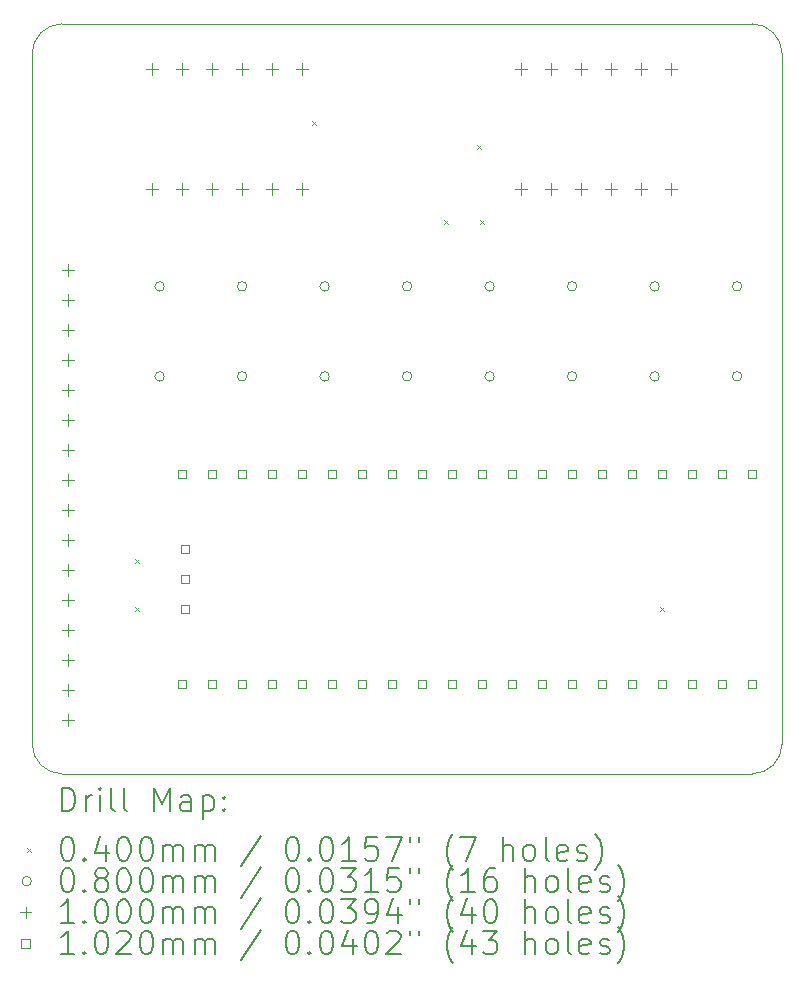
<source format=gbr>
%FSLAX45Y45*%
G04 Gerber Fmt 4.5, Leading zero omitted, Abs format (unit mm)*
G04 Created by KiCad (PCBNEW (6.0.4)) date 2022-08-14 09:35:26*
%MOMM*%
%LPD*%
G01*
G04 APERTURE LIST*
%TA.AperFunction,Profile*%
%ADD10C,0.100000*%
%TD*%
%ADD11C,0.200000*%
%ADD12C,0.040000*%
%ADD13C,0.080000*%
%ADD14C,0.100000*%
%ADD15C,0.102000*%
G04 APERTURE END LIST*
D10*
X11938000Y-7747000D02*
G75*
G03*
X11684000Y-8001000I0J-254000D01*
G01*
X11938000Y-7747000D02*
X17780000Y-7747000D01*
X18034000Y-8001000D02*
G75*
G03*
X17780000Y-7747000I-254000J0D01*
G01*
X17780000Y-14097000D02*
X11938000Y-14097000D01*
X11684000Y-13843000D02*
X11684000Y-8001000D01*
X11684000Y-13843000D02*
G75*
G03*
X11938000Y-14097000I254000J0D01*
G01*
X17780000Y-14097000D02*
G75*
G03*
X18034000Y-13843000I0J254000D01*
G01*
X18034000Y-8001000D02*
X18034000Y-13843000D01*
D11*
D12*
X12553000Y-12273600D02*
X12593000Y-12313600D01*
X12593000Y-12273600D02*
X12553000Y-12313600D01*
X12553000Y-12680000D02*
X12593000Y-12720000D01*
X12593000Y-12680000D02*
X12553000Y-12720000D01*
X14051600Y-8565200D02*
X14091600Y-8605200D01*
X14091600Y-8565200D02*
X14051600Y-8605200D01*
X15169200Y-9403400D02*
X15209200Y-9443400D01*
X15209200Y-9403400D02*
X15169200Y-9443400D01*
X15448600Y-8768400D02*
X15488600Y-8808400D01*
X15488600Y-8768400D02*
X15448600Y-8808400D01*
X15474000Y-9403400D02*
X15514000Y-9443400D01*
X15514000Y-9403400D02*
X15474000Y-9443400D01*
X16998000Y-12680000D02*
X17038000Y-12720000D01*
X17038000Y-12680000D02*
X16998000Y-12720000D01*
D13*
X12803500Y-9969500D02*
G75*
G03*
X12803500Y-9969500I-40000J0D01*
G01*
X12803500Y-10731500D02*
G75*
G03*
X12803500Y-10731500I-40000J0D01*
G01*
X13502000Y-9969500D02*
G75*
G03*
X13502000Y-9969500I-40000J0D01*
G01*
X13502000Y-10731500D02*
G75*
G03*
X13502000Y-10731500I-40000J0D01*
G01*
X14200500Y-9969500D02*
G75*
G03*
X14200500Y-9969500I-40000J0D01*
G01*
X14200500Y-10731500D02*
G75*
G03*
X14200500Y-10731500I-40000J0D01*
G01*
X14899000Y-9969500D02*
G75*
G03*
X14899000Y-9969500I-40000J0D01*
G01*
X14899000Y-10731500D02*
G75*
G03*
X14899000Y-10731500I-40000J0D01*
G01*
X15597500Y-9969500D02*
G75*
G03*
X15597500Y-9969500I-40000J0D01*
G01*
X15597500Y-10731500D02*
G75*
G03*
X15597500Y-10731500I-40000J0D01*
G01*
X16296000Y-9969500D02*
G75*
G03*
X16296000Y-9969500I-40000J0D01*
G01*
X16296000Y-10731500D02*
G75*
G03*
X16296000Y-10731500I-40000J0D01*
G01*
X16994500Y-9969500D02*
G75*
G03*
X16994500Y-9969500I-40000J0D01*
G01*
X16994500Y-10731500D02*
G75*
G03*
X16994500Y-10731500I-40000J0D01*
G01*
X17693000Y-9969500D02*
G75*
G03*
X17693000Y-9969500I-40000J0D01*
G01*
X17693000Y-10731500D02*
G75*
G03*
X17693000Y-10731500I-40000J0D01*
G01*
D14*
X11988800Y-9779800D02*
X11988800Y-9879800D01*
X11938800Y-9829800D02*
X12038800Y-9829800D01*
X11988800Y-10033800D02*
X11988800Y-10133800D01*
X11938800Y-10083800D02*
X12038800Y-10083800D01*
X11988800Y-10287800D02*
X11988800Y-10387800D01*
X11938800Y-10337800D02*
X12038800Y-10337800D01*
X11988800Y-10541800D02*
X11988800Y-10641800D01*
X11938800Y-10591800D02*
X12038800Y-10591800D01*
X11988800Y-10795800D02*
X11988800Y-10895800D01*
X11938800Y-10845800D02*
X12038800Y-10845800D01*
X11988800Y-11049800D02*
X11988800Y-11149800D01*
X11938800Y-11099800D02*
X12038800Y-11099800D01*
X11988800Y-11303800D02*
X11988800Y-11403800D01*
X11938800Y-11353800D02*
X12038800Y-11353800D01*
X11988800Y-11557800D02*
X11988800Y-11657800D01*
X11938800Y-11607800D02*
X12038800Y-11607800D01*
X11988800Y-11811800D02*
X11988800Y-11911800D01*
X11938800Y-11861800D02*
X12038800Y-11861800D01*
X11988800Y-12065800D02*
X11988800Y-12165800D01*
X11938800Y-12115800D02*
X12038800Y-12115800D01*
X11988800Y-12319800D02*
X11988800Y-12419800D01*
X11938800Y-12369800D02*
X12038800Y-12369800D01*
X11988800Y-12573800D02*
X11988800Y-12673800D01*
X11938800Y-12623800D02*
X12038800Y-12623800D01*
X11988800Y-12827800D02*
X11988800Y-12927800D01*
X11938800Y-12877800D02*
X12038800Y-12877800D01*
X11988800Y-13081800D02*
X11988800Y-13181800D01*
X11938800Y-13131800D02*
X12038800Y-13131800D01*
X11988800Y-13335800D02*
X11988800Y-13435800D01*
X11938800Y-13385800D02*
X12038800Y-13385800D01*
X11988800Y-13589800D02*
X11988800Y-13689800D01*
X11938800Y-13639800D02*
X12038800Y-13639800D01*
X12700000Y-8078000D02*
X12700000Y-8178000D01*
X12650000Y-8128000D02*
X12750000Y-8128000D01*
X12700000Y-9094000D02*
X12700000Y-9194000D01*
X12650000Y-9144000D02*
X12750000Y-9144000D01*
X12954000Y-8078000D02*
X12954000Y-8178000D01*
X12904000Y-8128000D02*
X13004000Y-8128000D01*
X12954000Y-9094000D02*
X12954000Y-9194000D01*
X12904000Y-9144000D02*
X13004000Y-9144000D01*
X13208000Y-8078000D02*
X13208000Y-8178000D01*
X13158000Y-8128000D02*
X13258000Y-8128000D01*
X13208000Y-9094000D02*
X13208000Y-9194000D01*
X13158000Y-9144000D02*
X13258000Y-9144000D01*
X13462000Y-8078000D02*
X13462000Y-8178000D01*
X13412000Y-8128000D02*
X13512000Y-8128000D01*
X13462000Y-9094000D02*
X13462000Y-9194000D01*
X13412000Y-9144000D02*
X13512000Y-9144000D01*
X13716000Y-8078000D02*
X13716000Y-8178000D01*
X13666000Y-8128000D02*
X13766000Y-8128000D01*
X13716000Y-9094000D02*
X13716000Y-9194000D01*
X13666000Y-9144000D02*
X13766000Y-9144000D01*
X13970000Y-8078000D02*
X13970000Y-8178000D01*
X13920000Y-8128000D02*
X14020000Y-8128000D01*
X13970000Y-9094000D02*
X13970000Y-9194000D01*
X13920000Y-9144000D02*
X14020000Y-9144000D01*
X15822500Y-8078000D02*
X15822500Y-8178000D01*
X15772500Y-8128000D02*
X15872500Y-8128000D01*
X15822500Y-9094000D02*
X15822500Y-9194000D01*
X15772500Y-9144000D02*
X15872500Y-9144000D01*
X16076500Y-8078000D02*
X16076500Y-8178000D01*
X16026500Y-8128000D02*
X16126500Y-8128000D01*
X16076500Y-9094000D02*
X16076500Y-9194000D01*
X16026500Y-9144000D02*
X16126500Y-9144000D01*
X16330500Y-8078000D02*
X16330500Y-8178000D01*
X16280500Y-8128000D02*
X16380500Y-8128000D01*
X16330500Y-9094000D02*
X16330500Y-9194000D01*
X16280500Y-9144000D02*
X16380500Y-9144000D01*
X16584500Y-8078000D02*
X16584500Y-8178000D01*
X16534500Y-8128000D02*
X16634500Y-8128000D01*
X16584500Y-9094000D02*
X16584500Y-9194000D01*
X16534500Y-9144000D02*
X16634500Y-9144000D01*
X16838500Y-8078000D02*
X16838500Y-8178000D01*
X16788500Y-8128000D02*
X16888500Y-8128000D01*
X16838500Y-9094000D02*
X16838500Y-9194000D01*
X16788500Y-9144000D02*
X16888500Y-9144000D01*
X17092500Y-8078000D02*
X17092500Y-8178000D01*
X17042500Y-8128000D02*
X17142500Y-8128000D01*
X17092500Y-9094000D02*
X17092500Y-9194000D01*
X17042500Y-9144000D02*
X17142500Y-9144000D01*
D15*
X12990063Y-11593063D02*
X12990063Y-11520937D01*
X12917937Y-11520937D01*
X12917937Y-11593063D01*
X12990063Y-11593063D01*
X12990063Y-13371063D02*
X12990063Y-13298937D01*
X12917937Y-13298937D01*
X12917937Y-13371063D01*
X12990063Y-13371063D01*
X13013063Y-12228063D02*
X13013063Y-12155937D01*
X12940937Y-12155937D01*
X12940937Y-12228063D01*
X13013063Y-12228063D01*
X13013063Y-12482063D02*
X13013063Y-12409937D01*
X12940937Y-12409937D01*
X12940937Y-12482063D01*
X13013063Y-12482063D01*
X13013063Y-12736063D02*
X13013063Y-12663937D01*
X12940937Y-12663937D01*
X12940937Y-12736063D01*
X13013063Y-12736063D01*
X13244063Y-11593063D02*
X13244063Y-11520937D01*
X13171937Y-11520937D01*
X13171937Y-11593063D01*
X13244063Y-11593063D01*
X13244063Y-13371063D02*
X13244063Y-13298937D01*
X13171937Y-13298937D01*
X13171937Y-13371063D01*
X13244063Y-13371063D01*
X13498063Y-11593063D02*
X13498063Y-11520937D01*
X13425937Y-11520937D01*
X13425937Y-11593063D01*
X13498063Y-11593063D01*
X13498063Y-13371063D02*
X13498063Y-13298937D01*
X13425937Y-13298937D01*
X13425937Y-13371063D01*
X13498063Y-13371063D01*
X13752063Y-11593063D02*
X13752063Y-11520937D01*
X13679937Y-11520937D01*
X13679937Y-11593063D01*
X13752063Y-11593063D01*
X13752063Y-13371063D02*
X13752063Y-13298937D01*
X13679937Y-13298937D01*
X13679937Y-13371063D01*
X13752063Y-13371063D01*
X14006063Y-11593063D02*
X14006063Y-11520937D01*
X13933937Y-11520937D01*
X13933937Y-11593063D01*
X14006063Y-11593063D01*
X14006063Y-13371063D02*
X14006063Y-13298937D01*
X13933937Y-13298937D01*
X13933937Y-13371063D01*
X14006063Y-13371063D01*
X14260063Y-11593063D02*
X14260063Y-11520937D01*
X14187937Y-11520937D01*
X14187937Y-11593063D01*
X14260063Y-11593063D01*
X14260063Y-13371063D02*
X14260063Y-13298937D01*
X14187937Y-13298937D01*
X14187937Y-13371063D01*
X14260063Y-13371063D01*
X14514063Y-11593063D02*
X14514063Y-11520937D01*
X14441937Y-11520937D01*
X14441937Y-11593063D01*
X14514063Y-11593063D01*
X14514063Y-13371063D02*
X14514063Y-13298937D01*
X14441937Y-13298937D01*
X14441937Y-13371063D01*
X14514063Y-13371063D01*
X14768063Y-11593063D02*
X14768063Y-11520937D01*
X14695937Y-11520937D01*
X14695937Y-11593063D01*
X14768063Y-11593063D01*
X14768063Y-13371063D02*
X14768063Y-13298937D01*
X14695937Y-13298937D01*
X14695937Y-13371063D01*
X14768063Y-13371063D01*
X15022063Y-11593063D02*
X15022063Y-11520937D01*
X14949937Y-11520937D01*
X14949937Y-11593063D01*
X15022063Y-11593063D01*
X15022063Y-13371063D02*
X15022063Y-13298937D01*
X14949937Y-13298937D01*
X14949937Y-13371063D01*
X15022063Y-13371063D01*
X15276063Y-11593063D02*
X15276063Y-11520937D01*
X15203937Y-11520937D01*
X15203937Y-11593063D01*
X15276063Y-11593063D01*
X15276063Y-13371063D02*
X15276063Y-13298937D01*
X15203937Y-13298937D01*
X15203937Y-13371063D01*
X15276063Y-13371063D01*
X15530063Y-11593063D02*
X15530063Y-11520937D01*
X15457937Y-11520937D01*
X15457937Y-11593063D01*
X15530063Y-11593063D01*
X15530063Y-13371063D02*
X15530063Y-13298937D01*
X15457937Y-13298937D01*
X15457937Y-13371063D01*
X15530063Y-13371063D01*
X15784063Y-11593063D02*
X15784063Y-11520937D01*
X15711937Y-11520937D01*
X15711937Y-11593063D01*
X15784063Y-11593063D01*
X15784063Y-13371063D02*
X15784063Y-13298937D01*
X15711937Y-13298937D01*
X15711937Y-13371063D01*
X15784063Y-13371063D01*
X16038063Y-11593063D02*
X16038063Y-11520937D01*
X15965937Y-11520937D01*
X15965937Y-11593063D01*
X16038063Y-11593063D01*
X16038063Y-13371063D02*
X16038063Y-13298937D01*
X15965937Y-13298937D01*
X15965937Y-13371063D01*
X16038063Y-13371063D01*
X16292063Y-11593063D02*
X16292063Y-11520937D01*
X16219937Y-11520937D01*
X16219937Y-11593063D01*
X16292063Y-11593063D01*
X16292063Y-13371063D02*
X16292063Y-13298937D01*
X16219937Y-13298937D01*
X16219937Y-13371063D01*
X16292063Y-13371063D01*
X16546063Y-11593063D02*
X16546063Y-11520937D01*
X16473937Y-11520937D01*
X16473937Y-11593063D01*
X16546063Y-11593063D01*
X16546063Y-13371063D02*
X16546063Y-13298937D01*
X16473937Y-13298937D01*
X16473937Y-13371063D01*
X16546063Y-13371063D01*
X16800063Y-11593063D02*
X16800063Y-11520937D01*
X16727937Y-11520937D01*
X16727937Y-11593063D01*
X16800063Y-11593063D01*
X16800063Y-13371063D02*
X16800063Y-13298937D01*
X16727937Y-13298937D01*
X16727937Y-13371063D01*
X16800063Y-13371063D01*
X17054063Y-11593063D02*
X17054063Y-11520937D01*
X16981937Y-11520937D01*
X16981937Y-11593063D01*
X17054063Y-11593063D01*
X17054063Y-13371063D02*
X17054063Y-13298937D01*
X16981937Y-13298937D01*
X16981937Y-13371063D01*
X17054063Y-13371063D01*
X17308063Y-11593063D02*
X17308063Y-11520937D01*
X17235937Y-11520937D01*
X17235937Y-11593063D01*
X17308063Y-11593063D01*
X17308063Y-13371063D02*
X17308063Y-13298937D01*
X17235937Y-13298937D01*
X17235937Y-13371063D01*
X17308063Y-13371063D01*
X17562063Y-11593063D02*
X17562063Y-11520937D01*
X17489937Y-11520937D01*
X17489937Y-11593063D01*
X17562063Y-11593063D01*
X17562063Y-13371063D02*
X17562063Y-13298937D01*
X17489937Y-13298937D01*
X17489937Y-13371063D01*
X17562063Y-13371063D01*
X17816063Y-11593063D02*
X17816063Y-11520937D01*
X17743937Y-11520937D01*
X17743937Y-11593063D01*
X17816063Y-11593063D01*
X17816063Y-13371063D02*
X17816063Y-13298937D01*
X17743937Y-13298937D01*
X17743937Y-13371063D01*
X17816063Y-13371063D01*
D11*
X11936619Y-14412476D02*
X11936619Y-14212476D01*
X11984238Y-14212476D01*
X12012809Y-14222000D01*
X12031857Y-14241048D01*
X12041381Y-14260095D01*
X12050905Y-14298190D01*
X12050905Y-14326762D01*
X12041381Y-14364857D01*
X12031857Y-14383905D01*
X12012809Y-14402952D01*
X11984238Y-14412476D01*
X11936619Y-14412476D01*
X12136619Y-14412476D02*
X12136619Y-14279143D01*
X12136619Y-14317238D02*
X12146143Y-14298190D01*
X12155667Y-14288667D01*
X12174714Y-14279143D01*
X12193762Y-14279143D01*
X12260428Y-14412476D02*
X12260428Y-14279143D01*
X12260428Y-14212476D02*
X12250905Y-14222000D01*
X12260428Y-14231524D01*
X12269952Y-14222000D01*
X12260428Y-14212476D01*
X12260428Y-14231524D01*
X12384238Y-14412476D02*
X12365190Y-14402952D01*
X12355667Y-14383905D01*
X12355667Y-14212476D01*
X12489000Y-14412476D02*
X12469952Y-14402952D01*
X12460428Y-14383905D01*
X12460428Y-14212476D01*
X12717571Y-14412476D02*
X12717571Y-14212476D01*
X12784238Y-14355333D01*
X12850905Y-14212476D01*
X12850905Y-14412476D01*
X13031857Y-14412476D02*
X13031857Y-14307714D01*
X13022333Y-14288667D01*
X13003286Y-14279143D01*
X12965190Y-14279143D01*
X12946143Y-14288667D01*
X13031857Y-14402952D02*
X13012809Y-14412476D01*
X12965190Y-14412476D01*
X12946143Y-14402952D01*
X12936619Y-14383905D01*
X12936619Y-14364857D01*
X12946143Y-14345809D01*
X12965190Y-14336286D01*
X13012809Y-14336286D01*
X13031857Y-14326762D01*
X13127095Y-14279143D02*
X13127095Y-14479143D01*
X13127095Y-14288667D02*
X13146143Y-14279143D01*
X13184238Y-14279143D01*
X13203286Y-14288667D01*
X13212809Y-14298190D01*
X13222333Y-14317238D01*
X13222333Y-14374381D01*
X13212809Y-14393428D01*
X13203286Y-14402952D01*
X13184238Y-14412476D01*
X13146143Y-14412476D01*
X13127095Y-14402952D01*
X13308048Y-14393428D02*
X13317571Y-14402952D01*
X13308048Y-14412476D01*
X13298524Y-14402952D01*
X13308048Y-14393428D01*
X13308048Y-14412476D01*
X13308048Y-14288667D02*
X13317571Y-14298190D01*
X13308048Y-14307714D01*
X13298524Y-14298190D01*
X13308048Y-14288667D01*
X13308048Y-14307714D01*
D12*
X11639000Y-14722000D02*
X11679000Y-14762000D01*
X11679000Y-14722000D02*
X11639000Y-14762000D01*
D11*
X11974714Y-14632476D02*
X11993762Y-14632476D01*
X12012809Y-14642000D01*
X12022333Y-14651524D01*
X12031857Y-14670571D01*
X12041381Y-14708667D01*
X12041381Y-14756286D01*
X12031857Y-14794381D01*
X12022333Y-14813428D01*
X12012809Y-14822952D01*
X11993762Y-14832476D01*
X11974714Y-14832476D01*
X11955667Y-14822952D01*
X11946143Y-14813428D01*
X11936619Y-14794381D01*
X11927095Y-14756286D01*
X11927095Y-14708667D01*
X11936619Y-14670571D01*
X11946143Y-14651524D01*
X11955667Y-14642000D01*
X11974714Y-14632476D01*
X12127095Y-14813428D02*
X12136619Y-14822952D01*
X12127095Y-14832476D01*
X12117571Y-14822952D01*
X12127095Y-14813428D01*
X12127095Y-14832476D01*
X12308048Y-14699143D02*
X12308048Y-14832476D01*
X12260428Y-14622952D02*
X12212809Y-14765809D01*
X12336619Y-14765809D01*
X12450905Y-14632476D02*
X12469952Y-14632476D01*
X12489000Y-14642000D01*
X12498524Y-14651524D01*
X12508048Y-14670571D01*
X12517571Y-14708667D01*
X12517571Y-14756286D01*
X12508048Y-14794381D01*
X12498524Y-14813428D01*
X12489000Y-14822952D01*
X12469952Y-14832476D01*
X12450905Y-14832476D01*
X12431857Y-14822952D01*
X12422333Y-14813428D01*
X12412809Y-14794381D01*
X12403286Y-14756286D01*
X12403286Y-14708667D01*
X12412809Y-14670571D01*
X12422333Y-14651524D01*
X12431857Y-14642000D01*
X12450905Y-14632476D01*
X12641381Y-14632476D02*
X12660428Y-14632476D01*
X12679476Y-14642000D01*
X12689000Y-14651524D01*
X12698524Y-14670571D01*
X12708048Y-14708667D01*
X12708048Y-14756286D01*
X12698524Y-14794381D01*
X12689000Y-14813428D01*
X12679476Y-14822952D01*
X12660428Y-14832476D01*
X12641381Y-14832476D01*
X12622333Y-14822952D01*
X12612809Y-14813428D01*
X12603286Y-14794381D01*
X12593762Y-14756286D01*
X12593762Y-14708667D01*
X12603286Y-14670571D01*
X12612809Y-14651524D01*
X12622333Y-14642000D01*
X12641381Y-14632476D01*
X12793762Y-14832476D02*
X12793762Y-14699143D01*
X12793762Y-14718190D02*
X12803286Y-14708667D01*
X12822333Y-14699143D01*
X12850905Y-14699143D01*
X12869952Y-14708667D01*
X12879476Y-14727714D01*
X12879476Y-14832476D01*
X12879476Y-14727714D02*
X12889000Y-14708667D01*
X12908048Y-14699143D01*
X12936619Y-14699143D01*
X12955667Y-14708667D01*
X12965190Y-14727714D01*
X12965190Y-14832476D01*
X13060428Y-14832476D02*
X13060428Y-14699143D01*
X13060428Y-14718190D02*
X13069952Y-14708667D01*
X13089000Y-14699143D01*
X13117571Y-14699143D01*
X13136619Y-14708667D01*
X13146143Y-14727714D01*
X13146143Y-14832476D01*
X13146143Y-14727714D02*
X13155667Y-14708667D01*
X13174714Y-14699143D01*
X13203286Y-14699143D01*
X13222333Y-14708667D01*
X13231857Y-14727714D01*
X13231857Y-14832476D01*
X13622333Y-14622952D02*
X13450905Y-14880095D01*
X13879476Y-14632476D02*
X13898524Y-14632476D01*
X13917571Y-14642000D01*
X13927095Y-14651524D01*
X13936619Y-14670571D01*
X13946143Y-14708667D01*
X13946143Y-14756286D01*
X13936619Y-14794381D01*
X13927095Y-14813428D01*
X13917571Y-14822952D01*
X13898524Y-14832476D01*
X13879476Y-14832476D01*
X13860428Y-14822952D01*
X13850905Y-14813428D01*
X13841381Y-14794381D01*
X13831857Y-14756286D01*
X13831857Y-14708667D01*
X13841381Y-14670571D01*
X13850905Y-14651524D01*
X13860428Y-14642000D01*
X13879476Y-14632476D01*
X14031857Y-14813428D02*
X14041381Y-14822952D01*
X14031857Y-14832476D01*
X14022333Y-14822952D01*
X14031857Y-14813428D01*
X14031857Y-14832476D01*
X14165190Y-14632476D02*
X14184238Y-14632476D01*
X14203286Y-14642000D01*
X14212809Y-14651524D01*
X14222333Y-14670571D01*
X14231857Y-14708667D01*
X14231857Y-14756286D01*
X14222333Y-14794381D01*
X14212809Y-14813428D01*
X14203286Y-14822952D01*
X14184238Y-14832476D01*
X14165190Y-14832476D01*
X14146143Y-14822952D01*
X14136619Y-14813428D01*
X14127095Y-14794381D01*
X14117571Y-14756286D01*
X14117571Y-14708667D01*
X14127095Y-14670571D01*
X14136619Y-14651524D01*
X14146143Y-14642000D01*
X14165190Y-14632476D01*
X14422333Y-14832476D02*
X14308048Y-14832476D01*
X14365190Y-14832476D02*
X14365190Y-14632476D01*
X14346143Y-14661048D01*
X14327095Y-14680095D01*
X14308048Y-14689619D01*
X14603286Y-14632476D02*
X14508048Y-14632476D01*
X14498524Y-14727714D01*
X14508048Y-14718190D01*
X14527095Y-14708667D01*
X14574714Y-14708667D01*
X14593762Y-14718190D01*
X14603286Y-14727714D01*
X14612809Y-14746762D01*
X14612809Y-14794381D01*
X14603286Y-14813428D01*
X14593762Y-14822952D01*
X14574714Y-14832476D01*
X14527095Y-14832476D01*
X14508048Y-14822952D01*
X14498524Y-14813428D01*
X14679476Y-14632476D02*
X14812809Y-14632476D01*
X14727095Y-14832476D01*
X14879476Y-14632476D02*
X14879476Y-14670571D01*
X14955667Y-14632476D02*
X14955667Y-14670571D01*
X15250905Y-14908667D02*
X15241381Y-14899143D01*
X15222333Y-14870571D01*
X15212809Y-14851524D01*
X15203286Y-14822952D01*
X15193762Y-14775333D01*
X15193762Y-14737238D01*
X15203286Y-14689619D01*
X15212809Y-14661048D01*
X15222333Y-14642000D01*
X15241381Y-14613428D01*
X15250905Y-14603905D01*
X15308048Y-14632476D02*
X15441381Y-14632476D01*
X15355667Y-14832476D01*
X15669952Y-14832476D02*
X15669952Y-14632476D01*
X15755667Y-14832476D02*
X15755667Y-14727714D01*
X15746143Y-14708667D01*
X15727095Y-14699143D01*
X15698524Y-14699143D01*
X15679476Y-14708667D01*
X15669952Y-14718190D01*
X15879476Y-14832476D02*
X15860428Y-14822952D01*
X15850905Y-14813428D01*
X15841381Y-14794381D01*
X15841381Y-14737238D01*
X15850905Y-14718190D01*
X15860428Y-14708667D01*
X15879476Y-14699143D01*
X15908048Y-14699143D01*
X15927095Y-14708667D01*
X15936619Y-14718190D01*
X15946143Y-14737238D01*
X15946143Y-14794381D01*
X15936619Y-14813428D01*
X15927095Y-14822952D01*
X15908048Y-14832476D01*
X15879476Y-14832476D01*
X16060428Y-14832476D02*
X16041381Y-14822952D01*
X16031857Y-14803905D01*
X16031857Y-14632476D01*
X16212809Y-14822952D02*
X16193762Y-14832476D01*
X16155667Y-14832476D01*
X16136619Y-14822952D01*
X16127095Y-14803905D01*
X16127095Y-14727714D01*
X16136619Y-14708667D01*
X16155667Y-14699143D01*
X16193762Y-14699143D01*
X16212809Y-14708667D01*
X16222333Y-14727714D01*
X16222333Y-14746762D01*
X16127095Y-14765809D01*
X16298524Y-14822952D02*
X16317571Y-14832476D01*
X16355667Y-14832476D01*
X16374714Y-14822952D01*
X16384238Y-14803905D01*
X16384238Y-14794381D01*
X16374714Y-14775333D01*
X16355667Y-14765809D01*
X16327095Y-14765809D01*
X16308048Y-14756286D01*
X16298524Y-14737238D01*
X16298524Y-14727714D01*
X16308048Y-14708667D01*
X16327095Y-14699143D01*
X16355667Y-14699143D01*
X16374714Y-14708667D01*
X16450905Y-14908667D02*
X16460428Y-14899143D01*
X16479476Y-14870571D01*
X16489000Y-14851524D01*
X16498524Y-14822952D01*
X16508048Y-14775333D01*
X16508048Y-14737238D01*
X16498524Y-14689619D01*
X16489000Y-14661048D01*
X16479476Y-14642000D01*
X16460428Y-14613428D01*
X16450905Y-14603905D01*
D13*
X11679000Y-15006000D02*
G75*
G03*
X11679000Y-15006000I-40000J0D01*
G01*
D11*
X11974714Y-14896476D02*
X11993762Y-14896476D01*
X12012809Y-14906000D01*
X12022333Y-14915524D01*
X12031857Y-14934571D01*
X12041381Y-14972667D01*
X12041381Y-15020286D01*
X12031857Y-15058381D01*
X12022333Y-15077428D01*
X12012809Y-15086952D01*
X11993762Y-15096476D01*
X11974714Y-15096476D01*
X11955667Y-15086952D01*
X11946143Y-15077428D01*
X11936619Y-15058381D01*
X11927095Y-15020286D01*
X11927095Y-14972667D01*
X11936619Y-14934571D01*
X11946143Y-14915524D01*
X11955667Y-14906000D01*
X11974714Y-14896476D01*
X12127095Y-15077428D02*
X12136619Y-15086952D01*
X12127095Y-15096476D01*
X12117571Y-15086952D01*
X12127095Y-15077428D01*
X12127095Y-15096476D01*
X12250905Y-14982190D02*
X12231857Y-14972667D01*
X12222333Y-14963143D01*
X12212809Y-14944095D01*
X12212809Y-14934571D01*
X12222333Y-14915524D01*
X12231857Y-14906000D01*
X12250905Y-14896476D01*
X12289000Y-14896476D01*
X12308048Y-14906000D01*
X12317571Y-14915524D01*
X12327095Y-14934571D01*
X12327095Y-14944095D01*
X12317571Y-14963143D01*
X12308048Y-14972667D01*
X12289000Y-14982190D01*
X12250905Y-14982190D01*
X12231857Y-14991714D01*
X12222333Y-15001238D01*
X12212809Y-15020286D01*
X12212809Y-15058381D01*
X12222333Y-15077428D01*
X12231857Y-15086952D01*
X12250905Y-15096476D01*
X12289000Y-15096476D01*
X12308048Y-15086952D01*
X12317571Y-15077428D01*
X12327095Y-15058381D01*
X12327095Y-15020286D01*
X12317571Y-15001238D01*
X12308048Y-14991714D01*
X12289000Y-14982190D01*
X12450905Y-14896476D02*
X12469952Y-14896476D01*
X12489000Y-14906000D01*
X12498524Y-14915524D01*
X12508048Y-14934571D01*
X12517571Y-14972667D01*
X12517571Y-15020286D01*
X12508048Y-15058381D01*
X12498524Y-15077428D01*
X12489000Y-15086952D01*
X12469952Y-15096476D01*
X12450905Y-15096476D01*
X12431857Y-15086952D01*
X12422333Y-15077428D01*
X12412809Y-15058381D01*
X12403286Y-15020286D01*
X12403286Y-14972667D01*
X12412809Y-14934571D01*
X12422333Y-14915524D01*
X12431857Y-14906000D01*
X12450905Y-14896476D01*
X12641381Y-14896476D02*
X12660428Y-14896476D01*
X12679476Y-14906000D01*
X12689000Y-14915524D01*
X12698524Y-14934571D01*
X12708048Y-14972667D01*
X12708048Y-15020286D01*
X12698524Y-15058381D01*
X12689000Y-15077428D01*
X12679476Y-15086952D01*
X12660428Y-15096476D01*
X12641381Y-15096476D01*
X12622333Y-15086952D01*
X12612809Y-15077428D01*
X12603286Y-15058381D01*
X12593762Y-15020286D01*
X12593762Y-14972667D01*
X12603286Y-14934571D01*
X12612809Y-14915524D01*
X12622333Y-14906000D01*
X12641381Y-14896476D01*
X12793762Y-15096476D02*
X12793762Y-14963143D01*
X12793762Y-14982190D02*
X12803286Y-14972667D01*
X12822333Y-14963143D01*
X12850905Y-14963143D01*
X12869952Y-14972667D01*
X12879476Y-14991714D01*
X12879476Y-15096476D01*
X12879476Y-14991714D02*
X12889000Y-14972667D01*
X12908048Y-14963143D01*
X12936619Y-14963143D01*
X12955667Y-14972667D01*
X12965190Y-14991714D01*
X12965190Y-15096476D01*
X13060428Y-15096476D02*
X13060428Y-14963143D01*
X13060428Y-14982190D02*
X13069952Y-14972667D01*
X13089000Y-14963143D01*
X13117571Y-14963143D01*
X13136619Y-14972667D01*
X13146143Y-14991714D01*
X13146143Y-15096476D01*
X13146143Y-14991714D02*
X13155667Y-14972667D01*
X13174714Y-14963143D01*
X13203286Y-14963143D01*
X13222333Y-14972667D01*
X13231857Y-14991714D01*
X13231857Y-15096476D01*
X13622333Y-14886952D02*
X13450905Y-15144095D01*
X13879476Y-14896476D02*
X13898524Y-14896476D01*
X13917571Y-14906000D01*
X13927095Y-14915524D01*
X13936619Y-14934571D01*
X13946143Y-14972667D01*
X13946143Y-15020286D01*
X13936619Y-15058381D01*
X13927095Y-15077428D01*
X13917571Y-15086952D01*
X13898524Y-15096476D01*
X13879476Y-15096476D01*
X13860428Y-15086952D01*
X13850905Y-15077428D01*
X13841381Y-15058381D01*
X13831857Y-15020286D01*
X13831857Y-14972667D01*
X13841381Y-14934571D01*
X13850905Y-14915524D01*
X13860428Y-14906000D01*
X13879476Y-14896476D01*
X14031857Y-15077428D02*
X14041381Y-15086952D01*
X14031857Y-15096476D01*
X14022333Y-15086952D01*
X14031857Y-15077428D01*
X14031857Y-15096476D01*
X14165190Y-14896476D02*
X14184238Y-14896476D01*
X14203286Y-14906000D01*
X14212809Y-14915524D01*
X14222333Y-14934571D01*
X14231857Y-14972667D01*
X14231857Y-15020286D01*
X14222333Y-15058381D01*
X14212809Y-15077428D01*
X14203286Y-15086952D01*
X14184238Y-15096476D01*
X14165190Y-15096476D01*
X14146143Y-15086952D01*
X14136619Y-15077428D01*
X14127095Y-15058381D01*
X14117571Y-15020286D01*
X14117571Y-14972667D01*
X14127095Y-14934571D01*
X14136619Y-14915524D01*
X14146143Y-14906000D01*
X14165190Y-14896476D01*
X14298524Y-14896476D02*
X14422333Y-14896476D01*
X14355667Y-14972667D01*
X14384238Y-14972667D01*
X14403286Y-14982190D01*
X14412809Y-14991714D01*
X14422333Y-15010762D01*
X14422333Y-15058381D01*
X14412809Y-15077428D01*
X14403286Y-15086952D01*
X14384238Y-15096476D01*
X14327095Y-15096476D01*
X14308048Y-15086952D01*
X14298524Y-15077428D01*
X14612809Y-15096476D02*
X14498524Y-15096476D01*
X14555667Y-15096476D02*
X14555667Y-14896476D01*
X14536619Y-14925048D01*
X14517571Y-14944095D01*
X14498524Y-14953619D01*
X14793762Y-14896476D02*
X14698524Y-14896476D01*
X14689000Y-14991714D01*
X14698524Y-14982190D01*
X14717571Y-14972667D01*
X14765190Y-14972667D01*
X14784238Y-14982190D01*
X14793762Y-14991714D01*
X14803286Y-15010762D01*
X14803286Y-15058381D01*
X14793762Y-15077428D01*
X14784238Y-15086952D01*
X14765190Y-15096476D01*
X14717571Y-15096476D01*
X14698524Y-15086952D01*
X14689000Y-15077428D01*
X14879476Y-14896476D02*
X14879476Y-14934571D01*
X14955667Y-14896476D02*
X14955667Y-14934571D01*
X15250905Y-15172667D02*
X15241381Y-15163143D01*
X15222333Y-15134571D01*
X15212809Y-15115524D01*
X15203286Y-15086952D01*
X15193762Y-15039333D01*
X15193762Y-15001238D01*
X15203286Y-14953619D01*
X15212809Y-14925048D01*
X15222333Y-14906000D01*
X15241381Y-14877428D01*
X15250905Y-14867905D01*
X15431857Y-15096476D02*
X15317571Y-15096476D01*
X15374714Y-15096476D02*
X15374714Y-14896476D01*
X15355667Y-14925048D01*
X15336619Y-14944095D01*
X15317571Y-14953619D01*
X15603286Y-14896476D02*
X15565190Y-14896476D01*
X15546143Y-14906000D01*
X15536619Y-14915524D01*
X15517571Y-14944095D01*
X15508048Y-14982190D01*
X15508048Y-15058381D01*
X15517571Y-15077428D01*
X15527095Y-15086952D01*
X15546143Y-15096476D01*
X15584238Y-15096476D01*
X15603286Y-15086952D01*
X15612809Y-15077428D01*
X15622333Y-15058381D01*
X15622333Y-15010762D01*
X15612809Y-14991714D01*
X15603286Y-14982190D01*
X15584238Y-14972667D01*
X15546143Y-14972667D01*
X15527095Y-14982190D01*
X15517571Y-14991714D01*
X15508048Y-15010762D01*
X15860428Y-15096476D02*
X15860428Y-14896476D01*
X15946143Y-15096476D02*
X15946143Y-14991714D01*
X15936619Y-14972667D01*
X15917571Y-14963143D01*
X15889000Y-14963143D01*
X15869952Y-14972667D01*
X15860428Y-14982190D01*
X16069952Y-15096476D02*
X16050905Y-15086952D01*
X16041381Y-15077428D01*
X16031857Y-15058381D01*
X16031857Y-15001238D01*
X16041381Y-14982190D01*
X16050905Y-14972667D01*
X16069952Y-14963143D01*
X16098524Y-14963143D01*
X16117571Y-14972667D01*
X16127095Y-14982190D01*
X16136619Y-15001238D01*
X16136619Y-15058381D01*
X16127095Y-15077428D01*
X16117571Y-15086952D01*
X16098524Y-15096476D01*
X16069952Y-15096476D01*
X16250905Y-15096476D02*
X16231857Y-15086952D01*
X16222333Y-15067905D01*
X16222333Y-14896476D01*
X16403286Y-15086952D02*
X16384238Y-15096476D01*
X16346143Y-15096476D01*
X16327095Y-15086952D01*
X16317571Y-15067905D01*
X16317571Y-14991714D01*
X16327095Y-14972667D01*
X16346143Y-14963143D01*
X16384238Y-14963143D01*
X16403286Y-14972667D01*
X16412809Y-14991714D01*
X16412809Y-15010762D01*
X16317571Y-15029809D01*
X16489000Y-15086952D02*
X16508048Y-15096476D01*
X16546143Y-15096476D01*
X16565190Y-15086952D01*
X16574714Y-15067905D01*
X16574714Y-15058381D01*
X16565190Y-15039333D01*
X16546143Y-15029809D01*
X16517571Y-15029809D01*
X16498524Y-15020286D01*
X16489000Y-15001238D01*
X16489000Y-14991714D01*
X16498524Y-14972667D01*
X16517571Y-14963143D01*
X16546143Y-14963143D01*
X16565190Y-14972667D01*
X16641381Y-15172667D02*
X16650905Y-15163143D01*
X16669952Y-15134571D01*
X16679476Y-15115524D01*
X16689000Y-15086952D01*
X16698524Y-15039333D01*
X16698524Y-15001238D01*
X16689000Y-14953619D01*
X16679476Y-14925048D01*
X16669952Y-14906000D01*
X16650905Y-14877428D01*
X16641381Y-14867905D01*
D14*
X11629000Y-15220000D02*
X11629000Y-15320000D01*
X11579000Y-15270000D02*
X11679000Y-15270000D01*
D11*
X12041381Y-15360476D02*
X11927095Y-15360476D01*
X11984238Y-15360476D02*
X11984238Y-15160476D01*
X11965190Y-15189048D01*
X11946143Y-15208095D01*
X11927095Y-15217619D01*
X12127095Y-15341428D02*
X12136619Y-15350952D01*
X12127095Y-15360476D01*
X12117571Y-15350952D01*
X12127095Y-15341428D01*
X12127095Y-15360476D01*
X12260428Y-15160476D02*
X12279476Y-15160476D01*
X12298524Y-15170000D01*
X12308048Y-15179524D01*
X12317571Y-15198571D01*
X12327095Y-15236667D01*
X12327095Y-15284286D01*
X12317571Y-15322381D01*
X12308048Y-15341428D01*
X12298524Y-15350952D01*
X12279476Y-15360476D01*
X12260428Y-15360476D01*
X12241381Y-15350952D01*
X12231857Y-15341428D01*
X12222333Y-15322381D01*
X12212809Y-15284286D01*
X12212809Y-15236667D01*
X12222333Y-15198571D01*
X12231857Y-15179524D01*
X12241381Y-15170000D01*
X12260428Y-15160476D01*
X12450905Y-15160476D02*
X12469952Y-15160476D01*
X12489000Y-15170000D01*
X12498524Y-15179524D01*
X12508048Y-15198571D01*
X12517571Y-15236667D01*
X12517571Y-15284286D01*
X12508048Y-15322381D01*
X12498524Y-15341428D01*
X12489000Y-15350952D01*
X12469952Y-15360476D01*
X12450905Y-15360476D01*
X12431857Y-15350952D01*
X12422333Y-15341428D01*
X12412809Y-15322381D01*
X12403286Y-15284286D01*
X12403286Y-15236667D01*
X12412809Y-15198571D01*
X12422333Y-15179524D01*
X12431857Y-15170000D01*
X12450905Y-15160476D01*
X12641381Y-15160476D02*
X12660428Y-15160476D01*
X12679476Y-15170000D01*
X12689000Y-15179524D01*
X12698524Y-15198571D01*
X12708048Y-15236667D01*
X12708048Y-15284286D01*
X12698524Y-15322381D01*
X12689000Y-15341428D01*
X12679476Y-15350952D01*
X12660428Y-15360476D01*
X12641381Y-15360476D01*
X12622333Y-15350952D01*
X12612809Y-15341428D01*
X12603286Y-15322381D01*
X12593762Y-15284286D01*
X12593762Y-15236667D01*
X12603286Y-15198571D01*
X12612809Y-15179524D01*
X12622333Y-15170000D01*
X12641381Y-15160476D01*
X12793762Y-15360476D02*
X12793762Y-15227143D01*
X12793762Y-15246190D02*
X12803286Y-15236667D01*
X12822333Y-15227143D01*
X12850905Y-15227143D01*
X12869952Y-15236667D01*
X12879476Y-15255714D01*
X12879476Y-15360476D01*
X12879476Y-15255714D02*
X12889000Y-15236667D01*
X12908048Y-15227143D01*
X12936619Y-15227143D01*
X12955667Y-15236667D01*
X12965190Y-15255714D01*
X12965190Y-15360476D01*
X13060428Y-15360476D02*
X13060428Y-15227143D01*
X13060428Y-15246190D02*
X13069952Y-15236667D01*
X13089000Y-15227143D01*
X13117571Y-15227143D01*
X13136619Y-15236667D01*
X13146143Y-15255714D01*
X13146143Y-15360476D01*
X13146143Y-15255714D02*
X13155667Y-15236667D01*
X13174714Y-15227143D01*
X13203286Y-15227143D01*
X13222333Y-15236667D01*
X13231857Y-15255714D01*
X13231857Y-15360476D01*
X13622333Y-15150952D02*
X13450905Y-15408095D01*
X13879476Y-15160476D02*
X13898524Y-15160476D01*
X13917571Y-15170000D01*
X13927095Y-15179524D01*
X13936619Y-15198571D01*
X13946143Y-15236667D01*
X13946143Y-15284286D01*
X13936619Y-15322381D01*
X13927095Y-15341428D01*
X13917571Y-15350952D01*
X13898524Y-15360476D01*
X13879476Y-15360476D01*
X13860428Y-15350952D01*
X13850905Y-15341428D01*
X13841381Y-15322381D01*
X13831857Y-15284286D01*
X13831857Y-15236667D01*
X13841381Y-15198571D01*
X13850905Y-15179524D01*
X13860428Y-15170000D01*
X13879476Y-15160476D01*
X14031857Y-15341428D02*
X14041381Y-15350952D01*
X14031857Y-15360476D01*
X14022333Y-15350952D01*
X14031857Y-15341428D01*
X14031857Y-15360476D01*
X14165190Y-15160476D02*
X14184238Y-15160476D01*
X14203286Y-15170000D01*
X14212809Y-15179524D01*
X14222333Y-15198571D01*
X14231857Y-15236667D01*
X14231857Y-15284286D01*
X14222333Y-15322381D01*
X14212809Y-15341428D01*
X14203286Y-15350952D01*
X14184238Y-15360476D01*
X14165190Y-15360476D01*
X14146143Y-15350952D01*
X14136619Y-15341428D01*
X14127095Y-15322381D01*
X14117571Y-15284286D01*
X14117571Y-15236667D01*
X14127095Y-15198571D01*
X14136619Y-15179524D01*
X14146143Y-15170000D01*
X14165190Y-15160476D01*
X14298524Y-15160476D02*
X14422333Y-15160476D01*
X14355667Y-15236667D01*
X14384238Y-15236667D01*
X14403286Y-15246190D01*
X14412809Y-15255714D01*
X14422333Y-15274762D01*
X14422333Y-15322381D01*
X14412809Y-15341428D01*
X14403286Y-15350952D01*
X14384238Y-15360476D01*
X14327095Y-15360476D01*
X14308048Y-15350952D01*
X14298524Y-15341428D01*
X14517571Y-15360476D02*
X14555667Y-15360476D01*
X14574714Y-15350952D01*
X14584238Y-15341428D01*
X14603286Y-15312857D01*
X14612809Y-15274762D01*
X14612809Y-15198571D01*
X14603286Y-15179524D01*
X14593762Y-15170000D01*
X14574714Y-15160476D01*
X14536619Y-15160476D01*
X14517571Y-15170000D01*
X14508048Y-15179524D01*
X14498524Y-15198571D01*
X14498524Y-15246190D01*
X14508048Y-15265238D01*
X14517571Y-15274762D01*
X14536619Y-15284286D01*
X14574714Y-15284286D01*
X14593762Y-15274762D01*
X14603286Y-15265238D01*
X14612809Y-15246190D01*
X14784238Y-15227143D02*
X14784238Y-15360476D01*
X14736619Y-15150952D02*
X14689000Y-15293809D01*
X14812809Y-15293809D01*
X14879476Y-15160476D02*
X14879476Y-15198571D01*
X14955667Y-15160476D02*
X14955667Y-15198571D01*
X15250905Y-15436667D02*
X15241381Y-15427143D01*
X15222333Y-15398571D01*
X15212809Y-15379524D01*
X15203286Y-15350952D01*
X15193762Y-15303333D01*
X15193762Y-15265238D01*
X15203286Y-15217619D01*
X15212809Y-15189048D01*
X15222333Y-15170000D01*
X15241381Y-15141428D01*
X15250905Y-15131905D01*
X15412809Y-15227143D02*
X15412809Y-15360476D01*
X15365190Y-15150952D02*
X15317571Y-15293809D01*
X15441381Y-15293809D01*
X15555667Y-15160476D02*
X15574714Y-15160476D01*
X15593762Y-15170000D01*
X15603286Y-15179524D01*
X15612809Y-15198571D01*
X15622333Y-15236667D01*
X15622333Y-15284286D01*
X15612809Y-15322381D01*
X15603286Y-15341428D01*
X15593762Y-15350952D01*
X15574714Y-15360476D01*
X15555667Y-15360476D01*
X15536619Y-15350952D01*
X15527095Y-15341428D01*
X15517571Y-15322381D01*
X15508048Y-15284286D01*
X15508048Y-15236667D01*
X15517571Y-15198571D01*
X15527095Y-15179524D01*
X15536619Y-15170000D01*
X15555667Y-15160476D01*
X15860428Y-15360476D02*
X15860428Y-15160476D01*
X15946143Y-15360476D02*
X15946143Y-15255714D01*
X15936619Y-15236667D01*
X15917571Y-15227143D01*
X15889000Y-15227143D01*
X15869952Y-15236667D01*
X15860428Y-15246190D01*
X16069952Y-15360476D02*
X16050905Y-15350952D01*
X16041381Y-15341428D01*
X16031857Y-15322381D01*
X16031857Y-15265238D01*
X16041381Y-15246190D01*
X16050905Y-15236667D01*
X16069952Y-15227143D01*
X16098524Y-15227143D01*
X16117571Y-15236667D01*
X16127095Y-15246190D01*
X16136619Y-15265238D01*
X16136619Y-15322381D01*
X16127095Y-15341428D01*
X16117571Y-15350952D01*
X16098524Y-15360476D01*
X16069952Y-15360476D01*
X16250905Y-15360476D02*
X16231857Y-15350952D01*
X16222333Y-15331905D01*
X16222333Y-15160476D01*
X16403286Y-15350952D02*
X16384238Y-15360476D01*
X16346143Y-15360476D01*
X16327095Y-15350952D01*
X16317571Y-15331905D01*
X16317571Y-15255714D01*
X16327095Y-15236667D01*
X16346143Y-15227143D01*
X16384238Y-15227143D01*
X16403286Y-15236667D01*
X16412809Y-15255714D01*
X16412809Y-15274762D01*
X16317571Y-15293809D01*
X16489000Y-15350952D02*
X16508048Y-15360476D01*
X16546143Y-15360476D01*
X16565190Y-15350952D01*
X16574714Y-15331905D01*
X16574714Y-15322381D01*
X16565190Y-15303333D01*
X16546143Y-15293809D01*
X16517571Y-15293809D01*
X16498524Y-15284286D01*
X16489000Y-15265238D01*
X16489000Y-15255714D01*
X16498524Y-15236667D01*
X16517571Y-15227143D01*
X16546143Y-15227143D01*
X16565190Y-15236667D01*
X16641381Y-15436667D02*
X16650905Y-15427143D01*
X16669952Y-15398571D01*
X16679476Y-15379524D01*
X16689000Y-15350952D01*
X16698524Y-15303333D01*
X16698524Y-15265238D01*
X16689000Y-15217619D01*
X16679476Y-15189048D01*
X16669952Y-15170000D01*
X16650905Y-15141428D01*
X16641381Y-15131905D01*
D15*
X11664063Y-15570063D02*
X11664063Y-15497937D01*
X11591937Y-15497937D01*
X11591937Y-15570063D01*
X11664063Y-15570063D01*
D11*
X12041381Y-15624476D02*
X11927095Y-15624476D01*
X11984238Y-15624476D02*
X11984238Y-15424476D01*
X11965190Y-15453048D01*
X11946143Y-15472095D01*
X11927095Y-15481619D01*
X12127095Y-15605428D02*
X12136619Y-15614952D01*
X12127095Y-15624476D01*
X12117571Y-15614952D01*
X12127095Y-15605428D01*
X12127095Y-15624476D01*
X12260428Y-15424476D02*
X12279476Y-15424476D01*
X12298524Y-15434000D01*
X12308048Y-15443524D01*
X12317571Y-15462571D01*
X12327095Y-15500667D01*
X12327095Y-15548286D01*
X12317571Y-15586381D01*
X12308048Y-15605428D01*
X12298524Y-15614952D01*
X12279476Y-15624476D01*
X12260428Y-15624476D01*
X12241381Y-15614952D01*
X12231857Y-15605428D01*
X12222333Y-15586381D01*
X12212809Y-15548286D01*
X12212809Y-15500667D01*
X12222333Y-15462571D01*
X12231857Y-15443524D01*
X12241381Y-15434000D01*
X12260428Y-15424476D01*
X12403286Y-15443524D02*
X12412809Y-15434000D01*
X12431857Y-15424476D01*
X12479476Y-15424476D01*
X12498524Y-15434000D01*
X12508048Y-15443524D01*
X12517571Y-15462571D01*
X12517571Y-15481619D01*
X12508048Y-15510190D01*
X12393762Y-15624476D01*
X12517571Y-15624476D01*
X12641381Y-15424476D02*
X12660428Y-15424476D01*
X12679476Y-15434000D01*
X12689000Y-15443524D01*
X12698524Y-15462571D01*
X12708048Y-15500667D01*
X12708048Y-15548286D01*
X12698524Y-15586381D01*
X12689000Y-15605428D01*
X12679476Y-15614952D01*
X12660428Y-15624476D01*
X12641381Y-15624476D01*
X12622333Y-15614952D01*
X12612809Y-15605428D01*
X12603286Y-15586381D01*
X12593762Y-15548286D01*
X12593762Y-15500667D01*
X12603286Y-15462571D01*
X12612809Y-15443524D01*
X12622333Y-15434000D01*
X12641381Y-15424476D01*
X12793762Y-15624476D02*
X12793762Y-15491143D01*
X12793762Y-15510190D02*
X12803286Y-15500667D01*
X12822333Y-15491143D01*
X12850905Y-15491143D01*
X12869952Y-15500667D01*
X12879476Y-15519714D01*
X12879476Y-15624476D01*
X12879476Y-15519714D02*
X12889000Y-15500667D01*
X12908048Y-15491143D01*
X12936619Y-15491143D01*
X12955667Y-15500667D01*
X12965190Y-15519714D01*
X12965190Y-15624476D01*
X13060428Y-15624476D02*
X13060428Y-15491143D01*
X13060428Y-15510190D02*
X13069952Y-15500667D01*
X13089000Y-15491143D01*
X13117571Y-15491143D01*
X13136619Y-15500667D01*
X13146143Y-15519714D01*
X13146143Y-15624476D01*
X13146143Y-15519714D02*
X13155667Y-15500667D01*
X13174714Y-15491143D01*
X13203286Y-15491143D01*
X13222333Y-15500667D01*
X13231857Y-15519714D01*
X13231857Y-15624476D01*
X13622333Y-15414952D02*
X13450905Y-15672095D01*
X13879476Y-15424476D02*
X13898524Y-15424476D01*
X13917571Y-15434000D01*
X13927095Y-15443524D01*
X13936619Y-15462571D01*
X13946143Y-15500667D01*
X13946143Y-15548286D01*
X13936619Y-15586381D01*
X13927095Y-15605428D01*
X13917571Y-15614952D01*
X13898524Y-15624476D01*
X13879476Y-15624476D01*
X13860428Y-15614952D01*
X13850905Y-15605428D01*
X13841381Y-15586381D01*
X13831857Y-15548286D01*
X13831857Y-15500667D01*
X13841381Y-15462571D01*
X13850905Y-15443524D01*
X13860428Y-15434000D01*
X13879476Y-15424476D01*
X14031857Y-15605428D02*
X14041381Y-15614952D01*
X14031857Y-15624476D01*
X14022333Y-15614952D01*
X14031857Y-15605428D01*
X14031857Y-15624476D01*
X14165190Y-15424476D02*
X14184238Y-15424476D01*
X14203286Y-15434000D01*
X14212809Y-15443524D01*
X14222333Y-15462571D01*
X14231857Y-15500667D01*
X14231857Y-15548286D01*
X14222333Y-15586381D01*
X14212809Y-15605428D01*
X14203286Y-15614952D01*
X14184238Y-15624476D01*
X14165190Y-15624476D01*
X14146143Y-15614952D01*
X14136619Y-15605428D01*
X14127095Y-15586381D01*
X14117571Y-15548286D01*
X14117571Y-15500667D01*
X14127095Y-15462571D01*
X14136619Y-15443524D01*
X14146143Y-15434000D01*
X14165190Y-15424476D01*
X14403286Y-15491143D02*
X14403286Y-15624476D01*
X14355667Y-15414952D02*
X14308048Y-15557809D01*
X14431857Y-15557809D01*
X14546143Y-15424476D02*
X14565190Y-15424476D01*
X14584238Y-15434000D01*
X14593762Y-15443524D01*
X14603286Y-15462571D01*
X14612809Y-15500667D01*
X14612809Y-15548286D01*
X14603286Y-15586381D01*
X14593762Y-15605428D01*
X14584238Y-15614952D01*
X14565190Y-15624476D01*
X14546143Y-15624476D01*
X14527095Y-15614952D01*
X14517571Y-15605428D01*
X14508048Y-15586381D01*
X14498524Y-15548286D01*
X14498524Y-15500667D01*
X14508048Y-15462571D01*
X14517571Y-15443524D01*
X14527095Y-15434000D01*
X14546143Y-15424476D01*
X14689000Y-15443524D02*
X14698524Y-15434000D01*
X14717571Y-15424476D01*
X14765190Y-15424476D01*
X14784238Y-15434000D01*
X14793762Y-15443524D01*
X14803286Y-15462571D01*
X14803286Y-15481619D01*
X14793762Y-15510190D01*
X14679476Y-15624476D01*
X14803286Y-15624476D01*
X14879476Y-15424476D02*
X14879476Y-15462571D01*
X14955667Y-15424476D02*
X14955667Y-15462571D01*
X15250905Y-15700667D02*
X15241381Y-15691143D01*
X15222333Y-15662571D01*
X15212809Y-15643524D01*
X15203286Y-15614952D01*
X15193762Y-15567333D01*
X15193762Y-15529238D01*
X15203286Y-15481619D01*
X15212809Y-15453048D01*
X15222333Y-15434000D01*
X15241381Y-15405428D01*
X15250905Y-15395905D01*
X15412809Y-15491143D02*
X15412809Y-15624476D01*
X15365190Y-15414952D02*
X15317571Y-15557809D01*
X15441381Y-15557809D01*
X15498524Y-15424476D02*
X15622333Y-15424476D01*
X15555667Y-15500667D01*
X15584238Y-15500667D01*
X15603286Y-15510190D01*
X15612809Y-15519714D01*
X15622333Y-15538762D01*
X15622333Y-15586381D01*
X15612809Y-15605428D01*
X15603286Y-15614952D01*
X15584238Y-15624476D01*
X15527095Y-15624476D01*
X15508048Y-15614952D01*
X15498524Y-15605428D01*
X15860428Y-15624476D02*
X15860428Y-15424476D01*
X15946143Y-15624476D02*
X15946143Y-15519714D01*
X15936619Y-15500667D01*
X15917571Y-15491143D01*
X15889000Y-15491143D01*
X15869952Y-15500667D01*
X15860428Y-15510190D01*
X16069952Y-15624476D02*
X16050905Y-15614952D01*
X16041381Y-15605428D01*
X16031857Y-15586381D01*
X16031857Y-15529238D01*
X16041381Y-15510190D01*
X16050905Y-15500667D01*
X16069952Y-15491143D01*
X16098524Y-15491143D01*
X16117571Y-15500667D01*
X16127095Y-15510190D01*
X16136619Y-15529238D01*
X16136619Y-15586381D01*
X16127095Y-15605428D01*
X16117571Y-15614952D01*
X16098524Y-15624476D01*
X16069952Y-15624476D01*
X16250905Y-15624476D02*
X16231857Y-15614952D01*
X16222333Y-15595905D01*
X16222333Y-15424476D01*
X16403286Y-15614952D02*
X16384238Y-15624476D01*
X16346143Y-15624476D01*
X16327095Y-15614952D01*
X16317571Y-15595905D01*
X16317571Y-15519714D01*
X16327095Y-15500667D01*
X16346143Y-15491143D01*
X16384238Y-15491143D01*
X16403286Y-15500667D01*
X16412809Y-15519714D01*
X16412809Y-15538762D01*
X16317571Y-15557809D01*
X16489000Y-15614952D02*
X16508048Y-15624476D01*
X16546143Y-15624476D01*
X16565190Y-15614952D01*
X16574714Y-15595905D01*
X16574714Y-15586381D01*
X16565190Y-15567333D01*
X16546143Y-15557809D01*
X16517571Y-15557809D01*
X16498524Y-15548286D01*
X16489000Y-15529238D01*
X16489000Y-15519714D01*
X16498524Y-15500667D01*
X16517571Y-15491143D01*
X16546143Y-15491143D01*
X16565190Y-15500667D01*
X16641381Y-15700667D02*
X16650905Y-15691143D01*
X16669952Y-15662571D01*
X16679476Y-15643524D01*
X16689000Y-15614952D01*
X16698524Y-15567333D01*
X16698524Y-15529238D01*
X16689000Y-15481619D01*
X16679476Y-15453048D01*
X16669952Y-15434000D01*
X16650905Y-15405428D01*
X16641381Y-15395905D01*
M02*

</source>
